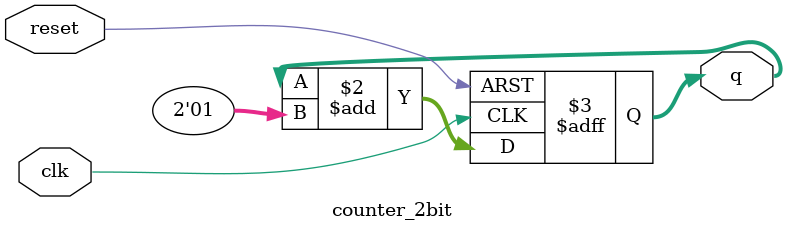
<source format=v>
module counter_2bit(clk, reset, q);

       input clk, reset;
       output[1:0] q;

       reg[1:0] q;

       always @(posedge clk or posedge reset)
       begin
		if(reset) q <= 2'b00;
		else q <= q + 2'b01;
	end
endmodule
	
	
</source>
